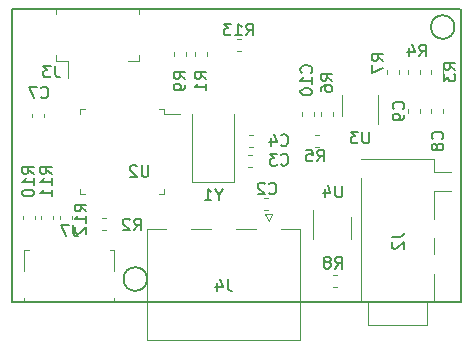
<source format=gbr>
G04 #@! TF.GenerationSoftware,KiCad,Pcbnew,(5.0.0)*
G04 #@! TF.CreationDate,2019-01-26T11:16:20+03:00*
G04 #@! TF.ProjectId,stm32mc,73746D33326D632E6B696361645F7063,rev?*
G04 #@! TF.SameCoordinates,Original*
G04 #@! TF.FileFunction,Legend,Bot*
G04 #@! TF.FilePolarity,Positive*
%FSLAX46Y46*%
G04 Gerber Fmt 4.6, Leading zero omitted, Abs format (unit mm)*
G04 Created by KiCad (PCBNEW (5.0.0)) date 01/26/19 11:16:20*
%MOMM*%
%LPD*%
G01*
G04 APERTURE LIST*
%ADD10C,0.150000*%
%ADD11C,0.120000*%
G04 APERTURE END LIST*
D10*
X58531000Y-19050000D02*
G75*
G03X58531000Y-19050000I-1000000J0D01*
G01*
X32512000Y-40386000D02*
G75*
G03X32512000Y-40386000I-1000000J0D01*
G01*
X59055000Y-42291000D02*
X59055000Y-17526000D01*
X59024000Y-17507000D02*
X21082000Y-17526000D01*
X21082000Y-42291000D02*
X59055000Y-42291000D01*
X21082000Y-17526000D02*
X21082000Y-42291000D01*
D11*
G04 #@! TO.C,C4*
X41437779Y-28192000D02*
X41112221Y-28192000D01*
X41437779Y-29212000D02*
X41112221Y-29212000D01*
G04 #@! TO.C,R9*
X34796000Y-21173221D02*
X34796000Y-21498779D01*
X35816000Y-21173221D02*
X35816000Y-21498779D01*
G04 #@! TO.C,C3*
X41412279Y-30863000D02*
X41086721Y-30863000D01*
X41412279Y-29843000D02*
X41086721Y-29843000D01*
G04 #@! TO.C,R1*
X37594000Y-21524279D02*
X37594000Y-21198721D01*
X36574000Y-21524279D02*
X36574000Y-21198721D01*
G04 #@! TO.C,C2*
X42707779Y-34546000D02*
X42382221Y-34546000D01*
X42707779Y-33526000D02*
X42382221Y-33526000D01*
G04 #@! TO.C,R2*
X28991779Y-36197000D02*
X28666221Y-36197000D01*
X28991779Y-35177000D02*
X28666221Y-35177000D01*
G04 #@! TO.C,R3*
X56513000Y-22697221D02*
X56513000Y-23022779D01*
X57533000Y-22697221D02*
X57533000Y-23022779D01*
G04 #@! TO.C,R4*
X55628000Y-22697221D02*
X55628000Y-23022779D01*
X54608000Y-22697221D02*
X54608000Y-23022779D01*
G04 #@! TO.C,R5*
X46700221Y-28192000D02*
X47025779Y-28192000D01*
X46700221Y-29212000D02*
X47025779Y-29212000D01*
G04 #@! TO.C,R6*
X47242000Y-26253221D02*
X47242000Y-26578779D01*
X48262000Y-26253221D02*
X48262000Y-26578779D01*
G04 #@! TO.C,R7*
X52830000Y-22697221D02*
X52830000Y-23022779D01*
X53850000Y-22697221D02*
X53850000Y-23022779D01*
G04 #@! TO.C,U2*
X26793000Y-26031000D02*
X26793000Y-26451000D01*
X26793000Y-33151000D02*
X26793000Y-32731000D01*
X33913000Y-33151000D02*
X33913000Y-32731000D01*
X33913000Y-26031000D02*
X33493000Y-26031000D01*
X26793000Y-33151000D02*
X27213000Y-33151000D01*
X26793000Y-26031000D02*
X27213000Y-26031000D01*
X33913000Y-26451000D02*
X35293000Y-26451000D01*
X33913000Y-26031000D02*
X33913000Y-26451000D01*
X33913000Y-33151000D02*
X33493000Y-33151000D01*
G04 #@! TO.C,U3*
X48986000Y-26574000D02*
X48986000Y-24814000D01*
X52056000Y-24814000D02*
X52056000Y-27244000D01*
G04 #@! TO.C,Y1*
X39900000Y-26383000D02*
X39900000Y-32133000D01*
X39900000Y-32133000D02*
X36300000Y-32133000D01*
X36300000Y-32133000D02*
X36300000Y-26383000D01*
G04 #@! TO.C,R8*
X48224221Y-41023000D02*
X48549779Y-41023000D01*
X48224221Y-40003000D02*
X48549779Y-40003000D01*
G04 #@! TO.C,C7*
X22731000Y-26380221D02*
X22731000Y-26705779D01*
X23751000Y-26380221D02*
X23751000Y-26705779D01*
G04 #@! TO.C,C8*
X56513000Y-26324779D02*
X56513000Y-25999221D01*
X57533000Y-26324779D02*
X57533000Y-25999221D01*
G04 #@! TO.C,C9*
X55628000Y-26324779D02*
X55628000Y-25999221D01*
X54608000Y-26324779D02*
X54608000Y-25999221D01*
G04 #@! TO.C,C10*
X46611000Y-26578779D02*
X46611000Y-26253221D01*
X45591000Y-26578779D02*
X45591000Y-26253221D01*
G04 #@! TO.C,R10*
X21969000Y-35016221D02*
X21969000Y-35341779D01*
X22989000Y-35016221D02*
X22989000Y-35341779D01*
G04 #@! TO.C,R11*
X23493000Y-35016221D02*
X23493000Y-35341779D01*
X24513000Y-35016221D02*
X24513000Y-35341779D01*
G04 #@! TO.C,R12*
X26164000Y-35016221D02*
X26164000Y-35341779D01*
X25144000Y-35016221D02*
X25144000Y-35341779D01*
G04 #@! TO.C,J2*
X56821000Y-32891000D02*
X58221000Y-32891000D01*
X56821000Y-31341000D02*
X58221000Y-31341000D01*
X50621000Y-31791000D02*
X50621000Y-42316000D01*
X56821000Y-31341000D02*
X56821000Y-30216000D01*
X56821000Y-35291000D02*
X56821000Y-32891000D01*
X56821000Y-38291000D02*
X56821000Y-36941000D01*
X56821000Y-42316000D02*
X56821000Y-39941000D01*
X50621000Y-30216000D02*
X56821000Y-30216000D01*
X56821000Y-42316000D02*
X56221000Y-42316000D01*
X51221000Y-42316000D02*
X50621000Y-42316000D01*
X56221000Y-44316000D02*
X51221000Y-44316000D01*
X56221000Y-42316000D02*
X56221000Y-44316000D01*
X51221000Y-42316000D02*
X51221000Y-44316000D01*
G04 #@! TO.C,J7*
X22098000Y-37914000D02*
X22478000Y-37914000D01*
X22098000Y-41964000D02*
X22098000Y-42224000D01*
X22098000Y-37914000D02*
X22098000Y-39684000D01*
X29718000Y-37914000D02*
X29338000Y-37914000D01*
X29718000Y-39684000D02*
X29718000Y-37914000D01*
X29718000Y-42224000D02*
X29718000Y-41964000D01*
G04 #@! TO.C,U4*
X49743000Y-35168000D02*
X49743000Y-36968000D01*
X46523000Y-36968000D02*
X46523000Y-34518000D01*
G04 #@! TO.C,J4*
X45479000Y-36185000D02*
X45479000Y-45545000D01*
X45479000Y-45545000D02*
X32499000Y-45545000D01*
X32499000Y-45545000D02*
X32499000Y-36185000D01*
X45479000Y-36185000D02*
X43849000Y-36185000D01*
X32499000Y-36185000D02*
X34129000Y-36185000D01*
X41749000Y-36185000D02*
X40039000Y-36185000D01*
X37939000Y-36185000D02*
X36229000Y-36185000D01*
X45479000Y-42265000D02*
X32499000Y-42265000D01*
X42499000Y-34865000D02*
X42799000Y-35465000D01*
X42799000Y-35465000D02*
X43099000Y-34865000D01*
X43099000Y-34865000D02*
X42499000Y-34865000D01*
G04 #@! TO.C,J3*
X24836000Y-21453000D02*
X24836000Y-21903000D01*
X24836000Y-21903000D02*
X25786000Y-21903000D01*
X25786000Y-21903000D02*
X25786000Y-23393000D01*
X31806000Y-21453000D02*
X31806000Y-21903000D01*
X31806000Y-21903000D02*
X30856000Y-21903000D01*
X24836000Y-17933000D02*
X24836000Y-17483000D01*
X24836000Y-17483000D02*
X31806000Y-17483000D01*
X31806000Y-17483000D02*
X31806000Y-17933000D01*
G04 #@! TO.C,R13*
X40096221Y-21084000D02*
X40421779Y-21084000D01*
X40096221Y-20064000D02*
X40421779Y-20064000D01*
G04 #@! TD*
G04 #@! TO.C,C4*
D10*
X43854666Y-29043142D02*
X43902285Y-29090761D01*
X44045142Y-29138380D01*
X44140380Y-29138380D01*
X44283238Y-29090761D01*
X44378476Y-28995523D01*
X44426095Y-28900285D01*
X44473714Y-28709809D01*
X44473714Y-28566952D01*
X44426095Y-28376476D01*
X44378476Y-28281238D01*
X44283238Y-28186000D01*
X44140380Y-28138380D01*
X44045142Y-28138380D01*
X43902285Y-28186000D01*
X43854666Y-28233619D01*
X42997523Y-28471714D02*
X42997523Y-29138380D01*
X43235619Y-28090761D02*
X43473714Y-28805047D01*
X42854666Y-28805047D01*
G04 #@! TO.C,R9*
X35758380Y-23455333D02*
X35282190Y-23122000D01*
X35758380Y-22883904D02*
X34758380Y-22883904D01*
X34758380Y-23264857D01*
X34806000Y-23360095D01*
X34853619Y-23407714D01*
X34948857Y-23455333D01*
X35091714Y-23455333D01*
X35186952Y-23407714D01*
X35234571Y-23360095D01*
X35282190Y-23264857D01*
X35282190Y-22883904D01*
X35758380Y-23931523D02*
X35758380Y-24122000D01*
X35710761Y-24217238D01*
X35663142Y-24264857D01*
X35520285Y-24360095D01*
X35329809Y-24407714D01*
X34948857Y-24407714D01*
X34853619Y-24360095D01*
X34806000Y-24312476D01*
X34758380Y-24217238D01*
X34758380Y-24026761D01*
X34806000Y-23931523D01*
X34853619Y-23883904D01*
X34948857Y-23836285D01*
X35186952Y-23836285D01*
X35282190Y-23883904D01*
X35329809Y-23931523D01*
X35377428Y-24026761D01*
X35377428Y-24217238D01*
X35329809Y-24312476D01*
X35282190Y-24360095D01*
X35186952Y-24407714D01*
G04 #@! TO.C,C3*
X43854666Y-30680142D02*
X43902285Y-30727761D01*
X44045142Y-30775380D01*
X44140380Y-30775380D01*
X44283238Y-30727761D01*
X44378476Y-30632523D01*
X44426095Y-30537285D01*
X44473714Y-30346809D01*
X44473714Y-30203952D01*
X44426095Y-30013476D01*
X44378476Y-29918238D01*
X44283238Y-29823000D01*
X44140380Y-29775380D01*
X44045142Y-29775380D01*
X43902285Y-29823000D01*
X43854666Y-29870619D01*
X43521333Y-29775380D02*
X42902285Y-29775380D01*
X43235619Y-30156333D01*
X43092761Y-30156333D01*
X42997523Y-30203952D01*
X42949904Y-30251571D01*
X42902285Y-30346809D01*
X42902285Y-30584904D01*
X42949904Y-30680142D01*
X42997523Y-30727761D01*
X43092761Y-30775380D01*
X43378476Y-30775380D01*
X43473714Y-30727761D01*
X43521333Y-30680142D01*
G04 #@! TO.C,R1*
X37536380Y-23455333D02*
X37060190Y-23122000D01*
X37536380Y-22883904D02*
X36536380Y-22883904D01*
X36536380Y-23264857D01*
X36584000Y-23360095D01*
X36631619Y-23407714D01*
X36726857Y-23455333D01*
X36869714Y-23455333D01*
X36964952Y-23407714D01*
X37012571Y-23360095D01*
X37060190Y-23264857D01*
X37060190Y-22883904D01*
X37536380Y-24407714D02*
X37536380Y-23836285D01*
X37536380Y-24122000D02*
X36536380Y-24122000D01*
X36679238Y-24026761D01*
X36774476Y-23931523D01*
X36822095Y-23836285D01*
G04 #@! TO.C,C2*
X42838666Y-33123142D02*
X42886285Y-33170761D01*
X43029142Y-33218380D01*
X43124380Y-33218380D01*
X43267238Y-33170761D01*
X43362476Y-33075523D01*
X43410095Y-32980285D01*
X43457714Y-32789809D01*
X43457714Y-32646952D01*
X43410095Y-32456476D01*
X43362476Y-32361238D01*
X43267238Y-32266000D01*
X43124380Y-32218380D01*
X43029142Y-32218380D01*
X42886285Y-32266000D01*
X42838666Y-32313619D01*
X42457714Y-32313619D02*
X42410095Y-32266000D01*
X42314857Y-32218380D01*
X42076761Y-32218380D01*
X41981523Y-32266000D01*
X41933904Y-32313619D01*
X41886285Y-32408857D01*
X41886285Y-32504095D01*
X41933904Y-32646952D01*
X42505333Y-33218380D01*
X41886285Y-33218380D01*
G04 #@! TO.C,R2*
X31408666Y-36266380D02*
X31742000Y-35790190D01*
X31980095Y-36266380D02*
X31980095Y-35266380D01*
X31599142Y-35266380D01*
X31503904Y-35314000D01*
X31456285Y-35361619D01*
X31408666Y-35456857D01*
X31408666Y-35599714D01*
X31456285Y-35694952D01*
X31503904Y-35742571D01*
X31599142Y-35790190D01*
X31980095Y-35790190D01*
X31027714Y-35361619D02*
X30980095Y-35314000D01*
X30884857Y-35266380D01*
X30646761Y-35266380D01*
X30551523Y-35314000D01*
X30503904Y-35361619D01*
X30456285Y-35456857D01*
X30456285Y-35552095D01*
X30503904Y-35694952D01*
X31075333Y-36266380D01*
X30456285Y-36266380D01*
G04 #@! TO.C,R3*
X58618380Y-22693333D02*
X58142190Y-22360000D01*
X58618380Y-22121904D02*
X57618380Y-22121904D01*
X57618380Y-22502857D01*
X57666000Y-22598095D01*
X57713619Y-22645714D01*
X57808857Y-22693333D01*
X57951714Y-22693333D01*
X58046952Y-22645714D01*
X58094571Y-22598095D01*
X58142190Y-22502857D01*
X58142190Y-22121904D01*
X57618380Y-23026666D02*
X57618380Y-23645714D01*
X57999333Y-23312380D01*
X57999333Y-23455238D01*
X58046952Y-23550476D01*
X58094571Y-23598095D01*
X58189809Y-23645714D01*
X58427904Y-23645714D01*
X58523142Y-23598095D01*
X58570761Y-23550476D01*
X58618380Y-23455238D01*
X58618380Y-23169523D01*
X58570761Y-23074285D01*
X58523142Y-23026666D01*
G04 #@! TO.C,R4*
X55538666Y-21534380D02*
X55872000Y-21058190D01*
X56110095Y-21534380D02*
X56110095Y-20534380D01*
X55729142Y-20534380D01*
X55633904Y-20582000D01*
X55586285Y-20629619D01*
X55538666Y-20724857D01*
X55538666Y-20867714D01*
X55586285Y-20962952D01*
X55633904Y-21010571D01*
X55729142Y-21058190D01*
X56110095Y-21058190D01*
X54681523Y-20867714D02*
X54681523Y-21534380D01*
X54919619Y-20486761D02*
X55157714Y-21201047D01*
X54538666Y-21201047D01*
G04 #@! TO.C,R5*
X46902666Y-30424380D02*
X47236000Y-29948190D01*
X47474095Y-30424380D02*
X47474095Y-29424380D01*
X47093142Y-29424380D01*
X46997904Y-29472000D01*
X46950285Y-29519619D01*
X46902666Y-29614857D01*
X46902666Y-29757714D01*
X46950285Y-29852952D01*
X46997904Y-29900571D01*
X47093142Y-29948190D01*
X47474095Y-29948190D01*
X45997904Y-29424380D02*
X46474095Y-29424380D01*
X46521714Y-29900571D01*
X46474095Y-29852952D01*
X46378857Y-29805333D01*
X46140761Y-29805333D01*
X46045523Y-29852952D01*
X45997904Y-29900571D01*
X45950285Y-29995809D01*
X45950285Y-30233904D01*
X45997904Y-30329142D01*
X46045523Y-30376761D01*
X46140761Y-30424380D01*
X46378857Y-30424380D01*
X46474095Y-30376761D01*
X46521714Y-30329142D01*
G04 #@! TO.C,R6*
X48204380Y-23582333D02*
X47728190Y-23249000D01*
X48204380Y-23010904D02*
X47204380Y-23010904D01*
X47204380Y-23391857D01*
X47252000Y-23487095D01*
X47299619Y-23534714D01*
X47394857Y-23582333D01*
X47537714Y-23582333D01*
X47632952Y-23534714D01*
X47680571Y-23487095D01*
X47728190Y-23391857D01*
X47728190Y-23010904D01*
X47204380Y-24439476D02*
X47204380Y-24249000D01*
X47252000Y-24153761D01*
X47299619Y-24106142D01*
X47442476Y-24010904D01*
X47632952Y-23963285D01*
X48013904Y-23963285D01*
X48109142Y-24010904D01*
X48156761Y-24058523D01*
X48204380Y-24153761D01*
X48204380Y-24344238D01*
X48156761Y-24439476D01*
X48109142Y-24487095D01*
X48013904Y-24534714D01*
X47775809Y-24534714D01*
X47680571Y-24487095D01*
X47632952Y-24439476D01*
X47585333Y-24344238D01*
X47585333Y-24153761D01*
X47632952Y-24058523D01*
X47680571Y-24010904D01*
X47775809Y-23963285D01*
G04 #@! TO.C,R7*
X52522380Y-21931333D02*
X52046190Y-21598000D01*
X52522380Y-21359904D02*
X51522380Y-21359904D01*
X51522380Y-21740857D01*
X51570000Y-21836095D01*
X51617619Y-21883714D01*
X51712857Y-21931333D01*
X51855714Y-21931333D01*
X51950952Y-21883714D01*
X51998571Y-21836095D01*
X52046190Y-21740857D01*
X52046190Y-21359904D01*
X51522380Y-22264666D02*
X51522380Y-22931333D01*
X52522380Y-22502761D01*
G04 #@! TO.C,U2*
X32615904Y-30728380D02*
X32615904Y-31537904D01*
X32568285Y-31633142D01*
X32520666Y-31680761D01*
X32425428Y-31728380D01*
X32234952Y-31728380D01*
X32139714Y-31680761D01*
X32092095Y-31633142D01*
X32044476Y-31537904D01*
X32044476Y-30728380D01*
X31615904Y-30823619D02*
X31568285Y-30776000D01*
X31473047Y-30728380D01*
X31234952Y-30728380D01*
X31139714Y-30776000D01*
X31092095Y-30823619D01*
X31044476Y-30918857D01*
X31044476Y-31014095D01*
X31092095Y-31156952D01*
X31663523Y-31728380D01*
X31044476Y-31728380D01*
G04 #@! TO.C,U3*
X51307904Y-27900380D02*
X51307904Y-28709904D01*
X51260285Y-28805142D01*
X51212666Y-28852761D01*
X51117428Y-28900380D01*
X50926952Y-28900380D01*
X50831714Y-28852761D01*
X50784095Y-28805142D01*
X50736476Y-28709904D01*
X50736476Y-27900380D01*
X50355523Y-27900380D02*
X49736476Y-27900380D01*
X50069809Y-28281333D01*
X49926952Y-28281333D01*
X49831714Y-28328952D01*
X49784095Y-28376571D01*
X49736476Y-28471809D01*
X49736476Y-28709904D01*
X49784095Y-28805142D01*
X49831714Y-28852761D01*
X49926952Y-28900380D01*
X50212666Y-28900380D01*
X50307904Y-28852761D01*
X50355523Y-28805142D01*
G04 #@! TO.C,Y1*
X38576190Y-33250190D02*
X38576190Y-33726380D01*
X38909523Y-32726380D02*
X38576190Y-33250190D01*
X38242857Y-32726380D01*
X37385714Y-33726380D02*
X37957142Y-33726380D01*
X37671428Y-33726380D02*
X37671428Y-32726380D01*
X37766666Y-32869238D01*
X37861904Y-32964476D01*
X37957142Y-33012095D01*
G04 #@! TO.C,R8*
X48426666Y-39504880D02*
X48760000Y-39028690D01*
X48998095Y-39504880D02*
X48998095Y-38504880D01*
X48617142Y-38504880D01*
X48521904Y-38552500D01*
X48474285Y-38600119D01*
X48426666Y-38695357D01*
X48426666Y-38838214D01*
X48474285Y-38933452D01*
X48521904Y-38981071D01*
X48617142Y-39028690D01*
X48998095Y-39028690D01*
X47855238Y-38933452D02*
X47950476Y-38885833D01*
X47998095Y-38838214D01*
X48045714Y-38742976D01*
X48045714Y-38695357D01*
X47998095Y-38600119D01*
X47950476Y-38552500D01*
X47855238Y-38504880D01*
X47664761Y-38504880D01*
X47569523Y-38552500D01*
X47521904Y-38600119D01*
X47474285Y-38695357D01*
X47474285Y-38742976D01*
X47521904Y-38838214D01*
X47569523Y-38885833D01*
X47664761Y-38933452D01*
X47855238Y-38933452D01*
X47950476Y-38981071D01*
X47998095Y-39028690D01*
X48045714Y-39123928D01*
X48045714Y-39314404D01*
X47998095Y-39409642D01*
X47950476Y-39457261D01*
X47855238Y-39504880D01*
X47664761Y-39504880D01*
X47569523Y-39457261D01*
X47521904Y-39409642D01*
X47474285Y-39314404D01*
X47474285Y-39123928D01*
X47521904Y-39028690D01*
X47569523Y-38981071D01*
X47664761Y-38933452D01*
G04 #@! TO.C,C7*
X23534666Y-24995142D02*
X23582285Y-25042761D01*
X23725142Y-25090380D01*
X23820380Y-25090380D01*
X23963238Y-25042761D01*
X24058476Y-24947523D01*
X24106095Y-24852285D01*
X24153714Y-24661809D01*
X24153714Y-24518952D01*
X24106095Y-24328476D01*
X24058476Y-24233238D01*
X23963238Y-24138000D01*
X23820380Y-24090380D01*
X23725142Y-24090380D01*
X23582285Y-24138000D01*
X23534666Y-24185619D01*
X23201333Y-24090380D02*
X22534666Y-24090380D01*
X22963238Y-25090380D01*
G04 #@! TO.C,C8*
X57507142Y-28535333D02*
X57554761Y-28487714D01*
X57602380Y-28344857D01*
X57602380Y-28249619D01*
X57554761Y-28106761D01*
X57459523Y-28011523D01*
X57364285Y-27963904D01*
X57173809Y-27916285D01*
X57030952Y-27916285D01*
X56840476Y-27963904D01*
X56745238Y-28011523D01*
X56650000Y-28106761D01*
X56602380Y-28249619D01*
X56602380Y-28344857D01*
X56650000Y-28487714D01*
X56697619Y-28535333D01*
X57030952Y-29106761D02*
X56983333Y-29011523D01*
X56935714Y-28963904D01*
X56840476Y-28916285D01*
X56792857Y-28916285D01*
X56697619Y-28963904D01*
X56650000Y-29011523D01*
X56602380Y-29106761D01*
X56602380Y-29297238D01*
X56650000Y-29392476D01*
X56697619Y-29440095D01*
X56792857Y-29487714D01*
X56840476Y-29487714D01*
X56935714Y-29440095D01*
X56983333Y-29392476D01*
X57030952Y-29297238D01*
X57030952Y-29106761D01*
X57078571Y-29011523D01*
X57126190Y-28963904D01*
X57221428Y-28916285D01*
X57411904Y-28916285D01*
X57507142Y-28963904D01*
X57554761Y-29011523D01*
X57602380Y-29106761D01*
X57602380Y-29297238D01*
X57554761Y-29392476D01*
X57507142Y-29440095D01*
X57411904Y-29487714D01*
X57221428Y-29487714D01*
X57126190Y-29440095D01*
X57078571Y-29392476D01*
X57030952Y-29297238D01*
G04 #@! TO.C,C9*
X54205142Y-25995333D02*
X54252761Y-25947714D01*
X54300380Y-25804857D01*
X54300380Y-25709619D01*
X54252761Y-25566761D01*
X54157523Y-25471523D01*
X54062285Y-25423904D01*
X53871809Y-25376285D01*
X53728952Y-25376285D01*
X53538476Y-25423904D01*
X53443238Y-25471523D01*
X53348000Y-25566761D01*
X53300380Y-25709619D01*
X53300380Y-25804857D01*
X53348000Y-25947714D01*
X53395619Y-25995333D01*
X54300380Y-26471523D02*
X54300380Y-26662000D01*
X54252761Y-26757238D01*
X54205142Y-26804857D01*
X54062285Y-26900095D01*
X53871809Y-26947714D01*
X53490857Y-26947714D01*
X53395619Y-26900095D01*
X53348000Y-26852476D01*
X53300380Y-26757238D01*
X53300380Y-26566761D01*
X53348000Y-26471523D01*
X53395619Y-26423904D01*
X53490857Y-26376285D01*
X53728952Y-26376285D01*
X53824190Y-26423904D01*
X53871809Y-26471523D01*
X53919428Y-26566761D01*
X53919428Y-26757238D01*
X53871809Y-26852476D01*
X53824190Y-26900095D01*
X53728952Y-26947714D01*
G04 #@! TO.C,C10*
X46394642Y-22915642D02*
X46442261Y-22868023D01*
X46489880Y-22725166D01*
X46489880Y-22629928D01*
X46442261Y-22487071D01*
X46347023Y-22391833D01*
X46251785Y-22344214D01*
X46061309Y-22296595D01*
X45918452Y-22296595D01*
X45727976Y-22344214D01*
X45632738Y-22391833D01*
X45537500Y-22487071D01*
X45489880Y-22629928D01*
X45489880Y-22725166D01*
X45537500Y-22868023D01*
X45585119Y-22915642D01*
X46489880Y-23868023D02*
X46489880Y-23296595D01*
X46489880Y-23582309D02*
X45489880Y-23582309D01*
X45632738Y-23487071D01*
X45727976Y-23391833D01*
X45775595Y-23296595D01*
X45489880Y-24487071D02*
X45489880Y-24582309D01*
X45537500Y-24677547D01*
X45585119Y-24725166D01*
X45680357Y-24772785D01*
X45870833Y-24820404D01*
X46108928Y-24820404D01*
X46299404Y-24772785D01*
X46394642Y-24725166D01*
X46442261Y-24677547D01*
X46489880Y-24582309D01*
X46489880Y-24487071D01*
X46442261Y-24391833D01*
X46394642Y-24344214D01*
X46299404Y-24296595D01*
X46108928Y-24248976D01*
X45870833Y-24248976D01*
X45680357Y-24296595D01*
X45585119Y-24344214D01*
X45537500Y-24391833D01*
X45489880Y-24487071D01*
G04 #@! TO.C,R10*
X22931380Y-31488142D02*
X22455190Y-31154809D01*
X22931380Y-30916714D02*
X21931380Y-30916714D01*
X21931380Y-31297666D01*
X21979000Y-31392904D01*
X22026619Y-31440523D01*
X22121857Y-31488142D01*
X22264714Y-31488142D01*
X22359952Y-31440523D01*
X22407571Y-31392904D01*
X22455190Y-31297666D01*
X22455190Y-30916714D01*
X22931380Y-32440523D02*
X22931380Y-31869095D01*
X22931380Y-32154809D02*
X21931380Y-32154809D01*
X22074238Y-32059571D01*
X22169476Y-31964333D01*
X22217095Y-31869095D01*
X21931380Y-33059571D02*
X21931380Y-33154809D01*
X21979000Y-33250047D01*
X22026619Y-33297666D01*
X22121857Y-33345285D01*
X22312333Y-33392904D01*
X22550428Y-33392904D01*
X22740904Y-33345285D01*
X22836142Y-33297666D01*
X22883761Y-33250047D01*
X22931380Y-33154809D01*
X22931380Y-33059571D01*
X22883761Y-32964333D01*
X22836142Y-32916714D01*
X22740904Y-32869095D01*
X22550428Y-32821476D01*
X22312333Y-32821476D01*
X22121857Y-32869095D01*
X22026619Y-32916714D01*
X21979000Y-32964333D01*
X21931380Y-33059571D01*
G04 #@! TO.C,R11*
X24455380Y-31488142D02*
X23979190Y-31154809D01*
X24455380Y-30916714D02*
X23455380Y-30916714D01*
X23455380Y-31297666D01*
X23503000Y-31392904D01*
X23550619Y-31440523D01*
X23645857Y-31488142D01*
X23788714Y-31488142D01*
X23883952Y-31440523D01*
X23931571Y-31392904D01*
X23979190Y-31297666D01*
X23979190Y-30916714D01*
X24455380Y-32440523D02*
X24455380Y-31869095D01*
X24455380Y-32154809D02*
X23455380Y-32154809D01*
X23598238Y-32059571D01*
X23693476Y-31964333D01*
X23741095Y-31869095D01*
X24455380Y-33392904D02*
X24455380Y-32821476D01*
X24455380Y-33107190D02*
X23455380Y-33107190D01*
X23598238Y-33011952D01*
X23693476Y-32916714D01*
X23741095Y-32821476D01*
G04 #@! TO.C,R12*
X27376380Y-34663142D02*
X26900190Y-34329809D01*
X27376380Y-34091714D02*
X26376380Y-34091714D01*
X26376380Y-34472666D01*
X26424000Y-34567904D01*
X26471619Y-34615523D01*
X26566857Y-34663142D01*
X26709714Y-34663142D01*
X26804952Y-34615523D01*
X26852571Y-34567904D01*
X26900190Y-34472666D01*
X26900190Y-34091714D01*
X27376380Y-35615523D02*
X27376380Y-35044095D01*
X27376380Y-35329809D02*
X26376380Y-35329809D01*
X26519238Y-35234571D01*
X26614476Y-35139333D01*
X26662095Y-35044095D01*
X26471619Y-35996476D02*
X26424000Y-36044095D01*
X26376380Y-36139333D01*
X26376380Y-36377428D01*
X26424000Y-36472666D01*
X26471619Y-36520285D01*
X26566857Y-36567904D01*
X26662095Y-36567904D01*
X26804952Y-36520285D01*
X27376380Y-35948857D01*
X27376380Y-36567904D01*
G04 #@! TO.C,J2*
X53236880Y-36829666D02*
X53951166Y-36829666D01*
X54094023Y-36782047D01*
X54189261Y-36686809D01*
X54236880Y-36543952D01*
X54236880Y-36448714D01*
X53332119Y-37258238D02*
X53284500Y-37305857D01*
X53236880Y-37401095D01*
X53236880Y-37639190D01*
X53284500Y-37734428D01*
X53332119Y-37782047D01*
X53427357Y-37829666D01*
X53522595Y-37829666D01*
X53665452Y-37782047D01*
X54236880Y-37210619D01*
X54236880Y-37829666D01*
G04 #@! TO.C,J7*
X26241333Y-35776380D02*
X26241333Y-36490666D01*
X26288952Y-36633523D01*
X26384190Y-36728761D01*
X26527047Y-36776380D01*
X26622285Y-36776380D01*
X25860380Y-35776380D02*
X25193714Y-35776380D01*
X25622285Y-36776380D01*
G04 #@! TO.C,U4*
X49021904Y-32472380D02*
X49021904Y-33281904D01*
X48974285Y-33377142D01*
X48926666Y-33424761D01*
X48831428Y-33472380D01*
X48640952Y-33472380D01*
X48545714Y-33424761D01*
X48498095Y-33377142D01*
X48450476Y-33281904D01*
X48450476Y-32472380D01*
X47545714Y-32805714D02*
X47545714Y-33472380D01*
X47783809Y-32424761D02*
X48021904Y-33139047D01*
X47402857Y-33139047D01*
G04 #@! TO.C,J4*
X39322333Y-40397380D02*
X39322333Y-41111666D01*
X39369952Y-41254523D01*
X39465190Y-41349761D01*
X39608047Y-41397380D01*
X39703285Y-41397380D01*
X38417571Y-40730714D02*
X38417571Y-41397380D01*
X38655666Y-40349761D02*
X38893761Y-41064047D01*
X38274714Y-41064047D01*
G04 #@! TO.C,J3*
X24717333Y-22312380D02*
X24717333Y-23026666D01*
X24764952Y-23169523D01*
X24860190Y-23264761D01*
X25003047Y-23312380D01*
X25098285Y-23312380D01*
X24336380Y-22312380D02*
X23717333Y-22312380D01*
X24050666Y-22693333D01*
X23907809Y-22693333D01*
X23812571Y-22740952D01*
X23764952Y-22788571D01*
X23717333Y-22883809D01*
X23717333Y-23121904D01*
X23764952Y-23217142D01*
X23812571Y-23264761D01*
X23907809Y-23312380D01*
X24193523Y-23312380D01*
X24288761Y-23264761D01*
X24336380Y-23217142D01*
G04 #@! TO.C,R13*
X40901857Y-19756380D02*
X41235190Y-19280190D01*
X41473285Y-19756380D02*
X41473285Y-18756380D01*
X41092333Y-18756380D01*
X40997095Y-18804000D01*
X40949476Y-18851619D01*
X40901857Y-18946857D01*
X40901857Y-19089714D01*
X40949476Y-19184952D01*
X40997095Y-19232571D01*
X41092333Y-19280190D01*
X41473285Y-19280190D01*
X39949476Y-19756380D02*
X40520904Y-19756380D01*
X40235190Y-19756380D02*
X40235190Y-18756380D01*
X40330428Y-18899238D01*
X40425666Y-18994476D01*
X40520904Y-19042095D01*
X39616142Y-18756380D02*
X38997095Y-18756380D01*
X39330428Y-19137333D01*
X39187571Y-19137333D01*
X39092333Y-19184952D01*
X39044714Y-19232571D01*
X38997095Y-19327809D01*
X38997095Y-19565904D01*
X39044714Y-19661142D01*
X39092333Y-19708761D01*
X39187571Y-19756380D01*
X39473285Y-19756380D01*
X39568523Y-19708761D01*
X39616142Y-19661142D01*
G04 #@! TD*
M02*

</source>
